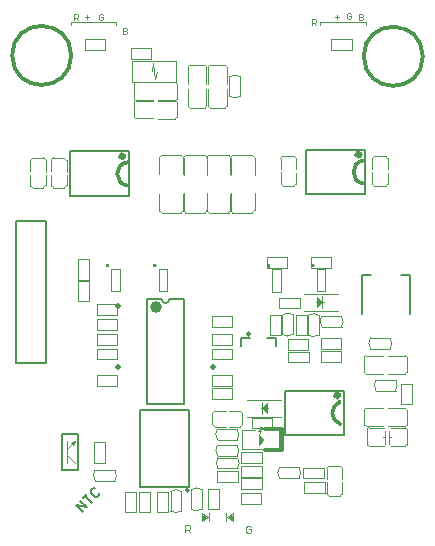
<source format=gto>
%FSLAX25Y25*%
%MOIN*%
G70*
G01*
G75*
%ADD10C,0.00787*%
%ADD11C,0.01181*%
%ADD12C,0.00984*%
%ADD13R,0.01969X0.02362*%
%ADD14R,0.03937X0.03150*%
%ADD15R,0.03150X0.03543*%
%ADD16R,0.02756X0.01575*%
%ADD17R,0.02362X0.01969*%
%ADD18R,0.04724X0.03543*%
%ADD19R,0.03937X0.02756*%
%ADD20R,0.01969X0.03937*%
%ADD21R,0.02362X0.03937*%
%ADD22O,0.07874X0.05906*%
%ADD23R,0.07874X0.05906*%
%ADD24R,0.03937X0.04724*%
%ADD25R,0.03543X0.03937*%
%ADD26R,0.04921X0.02362*%
%ADD27O,0.04921X0.02362*%
%ADD28R,0.04724X0.03937*%
%ADD29R,0.03543X0.02362*%
%ADD30R,0.06299X0.04921*%
%ADD31O,0.02362X0.07874*%
%ADD32R,0.04724X0.01575*%
%ADD33O,0.02362X0.07874*%
%ADD34R,0.03400X0.10000*%
%ADD35R,0.03400X0.05000*%
%ADD36R,0.02362X0.03543*%
G04:AMPARAMS|DCode=37|XSize=59.06mil|YSize=78.74mil|CornerRadius=0mil|HoleSize=0mil|Usage=FLASHONLY|Rotation=45.000|XOffset=0mil|YOffset=0mil|HoleType=Round|Shape=Round|*
%AMOVALD37*
21,1,0.01969,0.05906,0.00000,0.00000,135.0*
1,1,0.05906,0.00696,-0.00696*
1,1,0.05906,-0.00696,0.00696*
%
%ADD37OVALD37*%

%ADD38R,0.01575X0.04921*%
%ADD39R,0.02362X0.05315*%
%ADD40C,0.01969*%
%ADD41C,0.03937*%
%ADD42C,0.05906*%
%ADD43R,0.06717X0.02806*%
%ADD44R,0.15106X0.14091*%
%ADD45R,0.12325X0.05909*%
%ADD46R,0.08728X0.04000*%
%ADD47R,0.07905X0.22706*%
%ADD48R,0.47900X0.06374*%
%ADD49R,0.06200X0.11200*%
%ADD50R,0.02400X0.07447*%
%ADD51R,0.11060X0.04191*%
%ADD52R,0.38700X0.08270*%
%ADD53R,0.31672X0.09600*%
%ADD54C,0.03937*%
%ADD55C,0.09843*%
%ADD56O,0.11811X0.09843*%
%ADD57C,0.05118*%
%ADD58O,0.04331X0.07087*%
%ADD59C,0.02362*%
%ADD60C,0.07874*%
%ADD61R,0.07874X0.07874*%
%ADD62R,0.05906X0.07874*%
%ADD63C,0.04724*%
%ADD64C,0.00197*%
%ADD65C,0.00394*%
%ADD66C,0.00591*%
%ADD67C,0.01969*%
%ADD68C,0.00250*%
%ADD69C,0.00200*%
%ADD70C,0.00500*%
%ADD71C,0.00374*%
%ADD72C,0.00400*%
%ADD73C,0.00800*%
%ADD74R,0.00200X0.00700*%
%ADD75R,0.00300X0.00600*%
%ADD76R,0.00300X0.00500*%
G36*
X16681Y-53431D02*
X14681Y-51432D01*
X16681Y-49431D01*
Y-53431D01*
D02*
G37*
G36*
X35136Y-16059D02*
X33136Y-18059D01*
Y-14059D01*
X35136Y-16059D01*
D02*
G37*
D10*
X-18635Y-15108D02*
G03*
X-16135Y-15108I1250J0D01*
G01*
X7725Y-30711D02*
Y-27955D01*
X10875D01*
X19536Y-30711D02*
Y-27955D01*
X16387D02*
X19536D01*
X-23448Y-15108D02*
X-18635D01*
X-16135D02*
X-11322D01*
Y-50108D02*
Y-15108D01*
X-23448Y-50108D02*
X-11322D01*
X-23448D02*
Y-15108D01*
X49230Y34790D02*
X49230Y19829D01*
X29545Y34790D02*
X49230Y34790D01*
X29545Y19829D02*
X29545Y34790D01*
X29545Y19829D02*
X49230D01*
X-29510Y34150D02*
X-29510Y19190D01*
X-49195Y34150D02*
X-29510Y34150D01*
X-49195Y19190D02*
X-49195Y34150D01*
X-49195Y19190D02*
X-29510D01*
X22475Y-60492D02*
X42160D01*
X22475D02*
X22475Y-45531D01*
X42160Y-45531D01*
Y-60492D02*
Y-45531D01*
D11*
X31718Y-3893D02*
G03*
X31718Y-3893I-79J0D01*
G01*
X16946Y-4035D02*
G03*
X16946Y-4035I-79J0D01*
G01*
X-20940Y-3893D02*
G03*
X-20940Y-3893I-79J0D01*
G01*
X-36687D02*
G03*
X-36687Y-3893I-79J0D01*
G01*
X48838Y31227D02*
G03*
X48838Y23392I392J-3918D01*
G01*
X-29902Y30588D02*
G03*
X-29902Y22753I392J-3918D01*
G01*
X40667Y-49369D02*
G03*
X40872Y-56732I1493J-3643D01*
G01*
X-48808Y66174D02*
G03*
X-48808Y66174I-9843J0D01*
G01*
X68392Y65883D02*
G03*
X68392Y65883I-9843J0D01*
G01*
X15871Y-65409D02*
X21383D01*
X15871Y-58322D02*
X21383D01*
Y-65409D02*
Y-58322D01*
D12*
X10776Y-26676D02*
G03*
X10776Y-26676I-492J0D01*
G01*
D40*
X47319Y33165D02*
G03*
X47319Y33165I-423J0D01*
G01*
X-31421Y32525D02*
G03*
X-31421Y32525I-423J0D01*
G01*
X40249Y-47157D02*
G03*
X40249Y-47157I-423J0D01*
G01*
D54*
X-20599Y-17738D02*
D03*
D64*
X-12100Y-79100D02*
G03*
X-15575Y-79161I-1691J-2657D01*
G01*
X-15700Y-85700D02*
G03*
X-12155Y-85716I1784J2596D01*
G01*
X-8900Y-85100D02*
G03*
X-5355Y-85116I1784J2596D01*
G01*
X-5300Y-78500D02*
G03*
X-8775Y-78561I-1691J-2657D01*
G01*
X-100Y-63700D02*
G03*
X-39Y-67175I2657J-1691D01*
G01*
X6500Y-67300D02*
G03*
X6516Y-63755I-2596J1784D01*
G01*
X33813Y-20476D02*
G03*
X30268Y-20461I-1784J-2596D01*
G01*
X30213Y-27076D02*
G03*
X33689Y-27015I1691J2657D01*
G01*
X25223Y-20234D02*
G03*
X21748Y-20295I-1691J-2657D01*
G01*
X21623Y-26834D02*
G03*
X25168Y-26850I1784J2596D01*
G01*
X27191Y-74755D02*
G03*
X27130Y-71279I-2657J1691D01*
G01*
X20591Y-71155D02*
G03*
X20576Y-74699I2596J-1784D01*
G01*
X34719Y-20695D02*
G03*
X34703Y-24240I2596J-1784D01*
G01*
X41319Y-24295D02*
G03*
X41258Y-20820I-2657J1691D01*
G01*
X-34320Y-75634D02*
G03*
X-34304Y-72090I-2596J1784D01*
G01*
X-40920Y-72035D02*
G03*
X-40859Y-75510I2657J-1691D01*
G01*
X6700Y-71500D02*
G03*
X6639Y-68025I-2657J1691D01*
G01*
X100Y-67900D02*
G03*
X84Y-71445I2596J-1784D01*
G01*
X6473Y-61999D02*
G03*
X6489Y-58454I-2596J1784D01*
G01*
X-127Y-58399D02*
G03*
X-66Y-61875I2657J-1691D01*
G01*
X7517Y59140D02*
G03*
X4042Y59079I-1691J-2657D01*
G01*
X3917Y52540D02*
G03*
X7462Y52524I1784J2596D01*
G01*
X59320Y-45598D02*
G03*
X59335Y-42054I-2596J1784D01*
G01*
X52719Y-41998D02*
G03*
X52781Y-45474I2657J-1691D01*
G01*
X57551Y-31606D02*
G03*
X57490Y-28131I-2657J1691D01*
G01*
X50951Y-28006D02*
G03*
X50935Y-31551I2596J-1784D01*
G01*
X37939Y71682D02*
X44739D01*
Y68082D02*
Y71682D01*
X37939Y68082D02*
X44739D01*
X37939D02*
Y71582D01*
X-44281Y71682D02*
X-37481D01*
Y68082D02*
Y71682D01*
X-44281Y68082D02*
X-37481D01*
X-44281D02*
Y71582D01*
X-41173Y-69591D02*
Y-62791D01*
X-37573D01*
Y-69591D02*
Y-62791D01*
X-41073Y-69591D02*
X-37573D01*
X-30900Y-86100D02*
Y-79300D01*
X-27300D01*
Y-86100D02*
Y-79300D01*
X-30800Y-86100D02*
X-27300D01*
X-15700Y-85700D02*
Y-79300D01*
X-12100Y-85700D02*
X-12100Y-79100D01*
X-5300Y-85100D02*
X-5300Y-78500D01*
X-8900Y-85100D02*
Y-78700D01*
X7700Y-83200D02*
Y-79700D01*
Y-83200D02*
X14500D01*
Y-79600D01*
X7700D02*
X14500D01*
X18294Y-58034D02*
Y-54534D01*
X11494D02*
X18294D01*
X11494Y-58134D02*
Y-54534D01*
Y-58134D02*
X18294D01*
X100Y-67300D02*
X6500D01*
X-100Y-63700D02*
X6500Y-63700D01*
X23600Y-36178D02*
Y-32678D01*
Y-36178D02*
X30400D01*
Y-32578D01*
X23600D02*
X30400D01*
X-42845Y-15661D02*
Y-8861D01*
X-46445Y-15661D02*
X-42845D01*
X-46445D02*
Y-8861D01*
X-42945D01*
X-3100Y-85100D02*
Y-78300D01*
X500D01*
Y-85100D02*
Y-78300D01*
X-3000Y-85100D02*
X500D01*
X17523Y-27000D02*
Y-20200D01*
X21123D01*
Y-27000D02*
Y-20200D01*
X17623Y-27000D02*
X21123D01*
X30213Y-27076D02*
X30213Y-20476D01*
X33813Y-26876D02*
Y-20476D01*
X-22190Y65229D02*
Y68729D01*
X-28991D02*
X-22190D01*
X-28991Y65129D02*
Y68729D01*
Y65129D02*
X-22190D01*
X-20100Y-86000D02*
Y-79200D01*
X-16500D01*
Y-86000D02*
Y-79200D01*
X-20000Y-86000D02*
X-16500D01*
X28900Y-79600D02*
X35700D01*
X28900D02*
Y-76000D01*
X35700D01*
Y-79500D02*
Y-76000D01*
X-26300Y-79300D02*
X-22800D01*
X-26300Y-86100D02*
Y-79300D01*
Y-86100D02*
X-22700D01*
Y-79300D01*
X21623Y-26834D02*
Y-20434D01*
X25223Y-26834D02*
X25223Y-20234D01*
X20591Y-71155D02*
X26991D01*
X20591Y-74755D02*
X27191Y-74755D01*
X34719Y-24295D02*
X41319Y-24296D01*
X34719Y-20695D02*
X41119D01*
X-40920Y-72034D02*
X-34320Y-72035D01*
X-40720Y-75634D02*
X-34320D01*
X100Y-67900D02*
X6500D01*
X100Y-71500D02*
X6700Y-71500D01*
X-127Y-58399D02*
X6473Y-58399D01*
X73Y-61999D02*
X6473D01*
X3917Y52540D02*
Y58940D01*
X7517Y52540D02*
X7518Y59140D01*
X52719Y-41998D02*
X59320Y-41998D01*
X52920Y-45598D02*
X59320D01*
X50951Y-28006D02*
X57351D01*
X50951Y-31606D02*
X57551Y-31607D01*
X-100Y-72300D02*
X6700D01*
Y-75900D02*
Y-72300D01*
X-100Y-75900D02*
X6700D01*
X-100D02*
Y-72400D01*
X20576Y-18126D02*
Y-14626D01*
Y-18126D02*
X27376D01*
Y-14526D01*
X20576D02*
X27376D01*
X26276Y-20276D02*
X29776D01*
X26276Y-27076D02*
Y-20276D01*
Y-27076D02*
X29876D01*
Y-20276D01*
X30286Y-32000D02*
Y-28500D01*
X23486D02*
X30286D01*
X23486Y-32100D02*
Y-28500D01*
Y-32100D02*
X30286D01*
X34466Y-31606D02*
Y-28106D01*
Y-31606D02*
X41266D01*
Y-28006D01*
X34466D02*
X41266D01*
X28617Y-74812D02*
X35417D01*
X28617D02*
Y-71212D01*
X35417D01*
Y-74712D02*
Y-71212D01*
X34393Y-35900D02*
Y-32400D01*
Y-35900D02*
X41193D01*
Y-32300D01*
X34393D02*
X41193D01*
X-42845Y-8526D02*
Y-1726D01*
X-46445Y-8526D02*
X-42845D01*
X-46445D02*
Y-1726D01*
X-42945D01*
X7944Y-65971D02*
X14744D01*
Y-69571D02*
Y-65971D01*
X7944Y-69571D02*
X14744D01*
X7944D02*
Y-66071D01*
X7900Y-78300D02*
Y-74800D01*
Y-78300D02*
X14700D01*
Y-74700D01*
X7900D02*
X14700D01*
X64809Y-50151D02*
Y-43351D01*
X61209Y-50151D02*
X64809D01*
X61209D02*
Y-43351D01*
X64709D01*
X14700Y-74200D02*
Y-70700D01*
X7900D02*
X14700D01*
X7900Y-74300D02*
Y-70700D01*
Y-74300D02*
X14700D01*
X16302Y-4753D02*
Y-1253D01*
Y-4753D02*
X23102D01*
Y-1153D01*
X16302D02*
X23102D01*
X31066Y-4753D02*
X37866D01*
X31066D02*
Y-1153D01*
X37866D01*
Y-4653D02*
Y-1153D01*
X-40284Y-20358D02*
Y-16858D01*
Y-20358D02*
X-33484D01*
Y-16758D01*
X-40284D02*
X-33484D01*
X-40284Y-21679D02*
X-33484D01*
Y-25280D02*
Y-21679D01*
X-40284Y-25280D02*
X-33484D01*
X-40284D02*
Y-21779D01*
Y-35122D02*
Y-31622D01*
Y-35122D02*
X-33484D01*
Y-31522D01*
X-40284D02*
X-33484D01*
X-40284Y-26601D02*
X-33484D01*
Y-30201D02*
Y-26601D01*
X-40284Y-30201D02*
X-33484D01*
X-40284D02*
Y-26701D01*
Y-43980D02*
Y-40480D01*
Y-43980D02*
X-33484D01*
Y-40380D01*
X-40284D02*
X-33484D01*
X-1899Y-43980D02*
X4901D01*
X-1899D02*
Y-40380D01*
X4901D01*
Y-43880D02*
Y-40380D01*
X4900Y-48200D02*
Y-44700D01*
X-1900D02*
X4900D01*
X-1900Y-48300D02*
Y-44700D01*
Y-48300D02*
X4900D01*
X-1899Y-20695D02*
X4901D01*
Y-24295D02*
Y-20695D01*
X-1899Y-24295D02*
X4901D01*
X-1899D02*
Y-20795D01*
X4901Y-35022D02*
Y-31522D01*
X-1899D02*
X4901D01*
X-1899Y-35122D02*
Y-31522D01*
Y-35122D02*
X4901D01*
X-1899Y-30201D02*
X4901D01*
X-1899D02*
Y-26601D01*
X4901D01*
Y-30101D02*
Y-26601D01*
X40547Y78898D02*
X39235D01*
X39891Y78242D02*
Y79554D01*
X47247Y79950D02*
Y77982D01*
X48231D01*
X48559Y78310D01*
Y78638D01*
X48231Y78966D01*
X47247D01*
X48231D01*
X48559Y79294D01*
Y79622D01*
X48231Y79950D01*
X47247D01*
X44359Y79822D02*
X44031Y80150D01*
X43375D01*
X43047Y79822D01*
Y78510D01*
X43375Y78182D01*
X44031D01*
X44359Y78510D01*
Y79166D01*
X43703D01*
X31417Y76282D02*
Y78250D01*
X32401D01*
X32729Y77922D01*
Y77266D01*
X32401Y76938D01*
X31417D01*
X32073D02*
X32729Y76282D01*
X-10719Y-92814D02*
Y-90453D01*
X-9539D01*
X-9145Y-90846D01*
Y-91633D01*
X-9539Y-92027D01*
X-10719D01*
X-9932D02*
X-9145Y-92814D01*
X11143Y-90954D02*
X10749Y-90561D01*
X9962D01*
X9568Y-90954D01*
Y-92529D01*
X9962Y-92922D01*
X10749D01*
X11143Y-92529D01*
Y-91741D01*
X10356D01*
X-42803Y78998D02*
X-44115D01*
X-43459Y78342D02*
Y79654D01*
X-31453Y75400D02*
Y73432D01*
X-30469D01*
X-30141Y73760D01*
Y74088D01*
X-30469Y74416D01*
X-31453D01*
X-30469D01*
X-30141Y74744D01*
Y75072D01*
X-30469Y75400D01*
X-31453D01*
X-38288Y79685D02*
X-38616Y80013D01*
X-39272D01*
X-39600Y79685D01*
Y78373D01*
X-39272Y78045D01*
X-38616D01*
X-38288Y78373D01*
Y79029D01*
X-38944D01*
X-47903Y77982D02*
Y79950D01*
X-46919D01*
X-46591Y79622D01*
Y78966D01*
X-46919Y78638D01*
X-47903D01*
X-47247D02*
X-46591Y77982D01*
D65*
X62572Y-64047D02*
G03*
X63084Y-63534I0J513D01*
G01*
X63076Y-58461D02*
G03*
X62564Y-57949I-513J0D01*
G01*
X50372Y-57934D02*
G03*
X49859Y-58447I0J-513D01*
G01*
X49859Y-63534D02*
G03*
X50371Y-64047I513J0D01*
G01*
X62616Y-57455D02*
G03*
X63128Y-56942I0J513D01*
G01*
X63103Y-51856D02*
G03*
X62590Y-51343I-513J0D01*
G01*
X49405Y-51312D02*
G03*
X48892Y-51825I0J-513D01*
G01*
X48866Y-56911D02*
G03*
X49379Y-57424I513J0D01*
G01*
X-4281Y48732D02*
G03*
X-3768Y49245I-0J513D01*
G01*
X-9880Y49270D02*
G03*
X-9367Y48757I513J0D01*
G01*
X-9336Y62968D02*
G03*
X-9849Y62456I0J-513D01*
G01*
X-3737Y62481D02*
G03*
X-4250Y62994I-513J0D01*
G01*
X3063Y62481D02*
G03*
X2550Y62994I-513J0D01*
G01*
X-2536Y62968D02*
G03*
X-3049Y62456I0J-513D01*
G01*
X-3080Y49270D02*
G03*
X-2567Y48757I513J0D01*
G01*
X2519Y48732D02*
G03*
X3032Y49245I-0J513D01*
G01*
X37103Y-70645D02*
G03*
X36316Y-71432I0J-787D01*
G01*
X41490D02*
G03*
X40703Y-70645I-787J0D01*
G01*
Y-80645D02*
G03*
X41490Y-79857I-0J787D01*
G01*
X36316D02*
G03*
X37103Y-80645I787J0D01*
G01*
X63176Y-34409D02*
G03*
X62663Y-33897I-513J-0D01*
G01*
X62638Y-40009D02*
G03*
X63150Y-39496I-0J513D01*
G01*
X48939Y-39465D02*
G03*
X49452Y-39977I513J0D01*
G01*
X49427Y-33865D02*
G03*
X48914Y-34378I0J-513D01*
G01*
X-27362Y51272D02*
G03*
X-27875Y50759I0J-513D01*
G01*
X-27850Y45672D02*
G03*
X-27337Y45160I513J0D01*
G01*
X-14151Y45128D02*
G03*
X-13638Y45641I-0J513D01*
G01*
X-13613Y50728D02*
G03*
X-14126Y51240I-513J-0D01*
G01*
X-27362Y57177D02*
G03*
X-27875Y56664I0J-513D01*
G01*
X-27850Y51578D02*
G03*
X-27337Y51065I513J0D01*
G01*
X-14151Y51034D02*
G03*
X-13638Y51547I-0J513D01*
G01*
X-13613Y56633D02*
G03*
X-14126Y57146I-513J-0D01*
G01*
X-18592Y32938D02*
G03*
X-19379Y32151I0J-787D01*
G01*
X-11305D02*
G03*
X-12092Y32938I-787J0D01*
G01*
Y13693D02*
G03*
X-11305Y14481I-0J787D01*
G01*
X-19379D02*
G03*
X-18592Y13693I787J0D01*
G01*
X51564Y23347D02*
G03*
X52351Y22559I787J0D01*
G01*
X55951D02*
G03*
X56738Y23347I-0J787D01*
G01*
Y31772D02*
G03*
X55951Y32559I-787J0D01*
G01*
X52351D02*
G03*
X51564Y31772I0J-787D01*
G01*
X21839Y32559D02*
G03*
X21052Y31772I0J-787D01*
G01*
X26227D02*
G03*
X25439Y32559I-787J0D01*
G01*
Y22559D02*
G03*
X26227Y23347I-0J787D01*
G01*
X21052D02*
G03*
X21839Y22559I787J0D01*
G01*
X-11505Y14481D02*
G03*
X-10718Y13693I787J0D01*
G01*
X-4218D02*
G03*
X-3431Y14481I-0J787D01*
G01*
Y32151D02*
G03*
X-4218Y32938I-787J0D01*
G01*
X-10718D02*
G03*
X-11505Y32151I0J-787D01*
G01*
X-2844Y32938D02*
G03*
X-3631Y32151I0J-787D01*
G01*
X4443D02*
G03*
X3656Y32938I-787J0D01*
G01*
Y13693D02*
G03*
X4443Y14481I-0J787D01*
G01*
X-3631D02*
G03*
X-2844Y13693I787J0D01*
G01*
X-57214Y31263D02*
G03*
X-58002Y32050I-787J0D01*
G01*
X-61602D02*
G03*
X-62389Y31263I0J-787D01*
G01*
Y22838D02*
G03*
X-61602Y22050I787J0D01*
G01*
X-58002D02*
G03*
X-57214Y22838I-0J787D01*
G01*
X-51112Y22050D02*
G03*
X-50325Y22838I-0J787D01*
G01*
X-55499D02*
G03*
X-54712Y22050I787J0D01*
G01*
Y32050D02*
G03*
X-55499Y31263I0J-787D01*
G01*
X-50325D02*
G03*
X-51112Y32050I-787J0D01*
G01*
X4243Y14481D02*
G03*
X5030Y13693I787J0D01*
G01*
X11530D02*
G03*
X12317Y14481I-0J787D01*
G01*
Y32151D02*
G03*
X11530Y32938I-787J0D01*
G01*
X5030D02*
G03*
X4243Y32151I0J-787D01*
G01*
X7486Y-57563D02*
G03*
X8273Y-56776I0J787D01*
G01*
Y-53176D02*
G03*
X7486Y-52388I-787J-0D01*
G01*
X-939D02*
G03*
X-1727Y-53176I0J-787D01*
G01*
Y-56776D02*
G03*
X-939Y-57563I787J0D01*
G01*
X14881Y-53332D02*
Y-49431D01*
X14481Y-51432D02*
X16881D01*
X9832Y-54286D02*
X21168D01*
X9832Y-48577D02*
X21168D01*
X10600Y-54286D02*
X14122D01*
X10600Y-48577D02*
X14122D01*
X16878Y-54286D02*
X20400D01*
X16878Y-48577D02*
X20400D01*
X15097Y-62133D02*
Y-62065D01*
X13864Y-63090D02*
Y-60649D01*
X13631Y-63599D02*
Y-60199D01*
Y-63599D02*
X15097Y-62133D01*
X13697Y-60465D02*
X13897D01*
X13697Y-63065D02*
Y-60465D01*
Y-63065D02*
X14897Y-61865D01*
X13997Y-60965D02*
X14897Y-61865D01*
X13997Y-62265D02*
Y-60965D01*
Y-62265D02*
X14331Y-61932D01*
Y-61731D01*
X14097Y-61365D02*
X14397Y-61665D01*
X14097Y-62765D02*
Y-61365D01*
X13631Y-60199D02*
X15097Y-61665D01*
X14331Y-61731D02*
X14397Y-61665D01*
X7998Y-58716D02*
X12328D01*
X7998Y-65015D02*
X20596D01*
Y-58716D01*
X7998Y-65015D02*
Y-58716D01*
X13554Y-59109D02*
X14591D01*
X13554D02*
X14743Y-57920D01*
X13682Y-59988D02*
X14591Y-59109D01*
X34936Y-18059D02*
Y-14159D01*
X32936Y-16059D02*
X35336D01*
X28650Y-13205D02*
X39985D01*
X28650Y-18913D02*
X39985D01*
X35695Y-13205D02*
X39217D01*
X35695Y-18913D02*
X39217D01*
X29417Y-13205D02*
X32939D01*
X29417Y-18913D02*
X32939D01*
X32998Y-4976D02*
X35950D01*
X32998Y-12456D02*
X35950D01*
X32998D02*
Y-4976D01*
X35950Y-12456D02*
Y-4976D01*
X18226Y-5118D02*
X21179D01*
X18226Y-12598D02*
X21179D01*
X18226D02*
Y-5118D01*
X21179Y-12598D02*
Y-5118D01*
X-19660Y-4976D02*
X-16707D01*
X-19660Y-12456D02*
X-16707D01*
X-19660D02*
Y-4976D01*
X-16707Y-12456D02*
Y-4976D01*
X-35408D02*
X-32455D01*
X-35408Y-12456D02*
X-32455D01*
X-35408D02*
Y-4976D01*
X-32455Y-12456D02*
Y-4976D01*
X49370Y76252D02*
Y77433D01*
X34212D02*
X49370D01*
X34212Y76252D02*
Y77433D01*
X-28671Y57331D02*
X-13710D01*
Y64417D01*
X-28671D02*
X-13710D01*
X-28671Y57483D02*
Y64417D01*
X57743Y-64047D02*
X62572D01*
X63081Y-63544D02*
Y-58457D01*
X57671Y-57947D02*
X62471D01*
X56984Y-63252D02*
Y-59071D01*
X55937Y-63209D02*
X55941Y-59098D01*
X57256Y-61051D02*
X57795Y-61047D01*
X55094Y-61039D02*
X55783D01*
X50371Y-57947D02*
X55577D01*
X49859Y-63534D02*
Y-58447D01*
X50371Y-64047D02*
X55577D01*
X56794Y-57455D02*
X62516D01*
X63103Y-56942D02*
Y-51856D01*
X56772Y-51343D02*
X62490D01*
X49505Y-51312D02*
X55223D01*
X48892Y-56911D02*
Y-51825D01*
X49479Y-57424D02*
X55200D01*
X-3768Y49345D02*
Y55066D01*
X-9367Y48757D02*
X-4281D01*
X-9880Y49370D02*
Y55088D01*
X-9849Y56638D02*
Y62356D01*
X-9336Y62968D02*
X-4250D01*
X-3737Y56660D02*
Y62381D01*
X3063Y56660D02*
Y62381D01*
X-2536Y62968D02*
X2550D01*
X-3049Y56638D02*
Y62356D01*
X-3080Y49370D02*
Y55088D01*
X-2567Y48757D02*
X2519D01*
X3032Y49345D02*
Y55066D01*
X37203Y-70645D02*
X40803D01*
X36303Y-75045D02*
Y-71545D01*
X41503Y-75045D02*
Y-71345D01*
Y-79945D02*
Y-76145D01*
X36303Y-79745D02*
Y-76045D01*
X37203Y-80645D02*
X40803D01*
X56842Y-33897D02*
X62563D01*
X63150Y-39496D02*
Y-34409D01*
X56819Y-40009D02*
X62538D01*
X49552Y-39977D02*
X55270D01*
X48939Y-39465D02*
Y-34378D01*
X49527Y-33865D02*
X55248D01*
X-27262Y51272D02*
X-21541D01*
X-27850Y45672D02*
Y50759D01*
X-27237Y45160D02*
X-21519D01*
X-19969Y45128D02*
X-14251D01*
X-13638Y45641D02*
Y50728D01*
X-19947Y51240D02*
X-14226D01*
X-27262Y57177D02*
X-21541D01*
X-27850Y51578D02*
Y56664D01*
X-27237Y51065D02*
X-21519D01*
X-19969Y51034D02*
X-14251D01*
X-13638Y51547D02*
Y56633D01*
X-19947Y57146D02*
X-14226D01*
X-19392Y26530D02*
Y32238D01*
X-18692Y32938D02*
X-12092D01*
X-11292Y26193D02*
Y32138D01*
Y14493D02*
Y20438D01*
X-18692Y13693D02*
X-12092D01*
X-19392Y14393D02*
Y20102D01*
X52451Y22559D02*
X56051D01*
X51551Y23459D02*
Y27159D01*
X56751Y23259D02*
Y27059D01*
Y28159D02*
Y31859D01*
X51551Y28159D02*
Y31659D01*
X52451Y32559D02*
X56051D01*
X21939D02*
X25539D01*
X21039Y28159D02*
Y31659D01*
X26239Y28159D02*
Y31859D01*
Y23259D02*
Y27059D01*
X21039Y23459D02*
Y27159D01*
X21939Y22559D02*
X25539D01*
X-11518Y14393D02*
Y20102D01*
X-10818Y13693D02*
X-4218D01*
X-3418Y14493D02*
Y20438D01*
Y26193D02*
Y32138D01*
X-10818Y32938D02*
X-4218D01*
X-11518Y26530D02*
Y32238D01*
X-3644Y26530D02*
Y32238D01*
X-2944Y32938D02*
X3656D01*
X4456Y26193D02*
Y32138D01*
Y14493D02*
Y20438D01*
X-2944Y13693D02*
X3656D01*
X-3644Y14393D02*
Y20102D01*
X-61702Y32050D02*
X-58102D01*
X-57202Y27450D02*
Y31150D01*
X-62402Y27550D02*
Y31350D01*
Y22750D02*
Y26450D01*
X-57202Y22950D02*
Y26450D01*
X-61702Y22050D02*
X-58102D01*
X-54812D02*
X-51212D01*
X-50312Y22950D02*
Y26450D01*
X-55512Y22750D02*
Y26450D01*
Y27550D02*
Y31350D01*
X-50312Y27450D02*
Y31150D01*
X-54812Y32050D02*
X-51212D01*
X4230Y14393D02*
Y20102D01*
X4930Y13693D02*
X11530D01*
X12330Y14493D02*
Y20438D01*
Y26193D02*
Y32138D01*
X4930Y32938D02*
X11530D01*
X4230Y26530D02*
Y32238D01*
X-33768Y76252D02*
Y77433D01*
X-48926D02*
X-33768D01*
X-48926Y76252D02*
Y77433D01*
X8273Y-56676D02*
Y-53076D01*
X3673Y-57576D02*
X7373D01*
X3773Y-52376D02*
X7573D01*
X-1027D02*
X2673D01*
X-827Y-57576D02*
X2673D01*
X-1727Y-56676D02*
Y-53076D01*
D66*
X-9438Y-78815D02*
G03*
X-9438Y-78815I-652J0D01*
G01*
X-51773Y-71913D02*
Y-60102D01*
X-46655D01*
Y-71913D02*
Y-60102D01*
X-51773Y-71913D02*
X-46655D01*
X-9421Y-77673D02*
Y-52083D01*
X-25956Y-77673D02*
X-9421D01*
X-25956D02*
Y-52083D01*
X-9421D01*
X-44967Y-85900D02*
X-47193Y-83674D01*
X-43482Y-84416D01*
X-45709Y-82189D01*
X-44967Y-81447D02*
X-43482Y-79963D01*
X-44225Y-80705D01*
X-41998Y-82932D01*
X-40885Y-78108D02*
X-41627D01*
X-42369Y-78850D01*
X-42369Y-79592D01*
X-40885Y-81076D01*
X-40143D01*
X-39401Y-80334D01*
X-39401Y-79592D01*
D67*
X-1565Y-37596D02*
D03*
X-33333Y-17420D02*
D03*
X-33157Y-37738D02*
D03*
D68*
X14933Y-58442D02*
Y-57772D01*
X14894Y-57733D02*
X14933Y-57772D01*
X14067Y-57733D02*
X14894D01*
D69*
X-50340Y-69665D02*
Y-62354D01*
Y-66488D02*
X-50336D01*
X-50269Y-67094D02*
X-47607Y-69756D01*
X-50340Y-65039D02*
X-50316D01*
X-47627Y-62350D01*
X-48773Y-62902D02*
X-47627Y-62350D01*
X-48143Y-63579D02*
X-47627Y-62350D01*
D70*
X-67126Y10827D02*
X-57284D01*
Y-36417D02*
Y10827D01*
X-67126Y-36417D02*
Y10827D01*
Y-36417D02*
X-57284D01*
D71*
X-20799Y58256D02*
X-20319Y60713D01*
X-21571Y63500D02*
X-20799Y58256D01*
X-21760Y60886D02*
X-21571Y63500D01*
D72*
X-5229Y-88902D02*
Y-86501D01*
Y-88902D02*
X-3139Y-87580D01*
X-5229Y-86501D02*
X-3139Y-87580D01*
X-5229Y-86501D02*
X-3651Y-87621D01*
X-5000Y-88538D02*
X-3651Y-87621D01*
X-5040Y-87000D02*
X-5000Y-88538D01*
X-5040Y-87000D02*
X-4164Y-87580D01*
X-5000Y-88160D02*
X-4164Y-87580D01*
X-5000Y-88160D02*
X-4771Y-87459D01*
X-4541Y-87607D01*
X-2923Y-88983D02*
Y-86366D01*
X5265Y-88902D02*
Y-86501D01*
X3175Y-87580D02*
X5265Y-88902D01*
X3175Y-87580D02*
X5265Y-86501D01*
X3687Y-87621D02*
X5265Y-86501D01*
X3687Y-87621D02*
X5036Y-88538D01*
X5077Y-87000D01*
X4200Y-87580D02*
X5077Y-87000D01*
X4200Y-87580D02*
X5036Y-88160D01*
X4807Y-87459D02*
X5036Y-88160D01*
X4577Y-87607D02*
X4807Y-87459D01*
X2959Y-88983D02*
Y-86366D01*
D73*
X48120Y-6901D02*
X51120D01*
X61120D02*
X64119D01*
X48120Y-19901D02*
Y-6901D01*
X64119Y-19901D02*
Y-6901D01*
D74*
X15198Y-61915D02*
D03*
D75*
X15048Y-61865D02*
D03*
D76*
X14548Y-61915D02*
D03*
M02*

</source>
